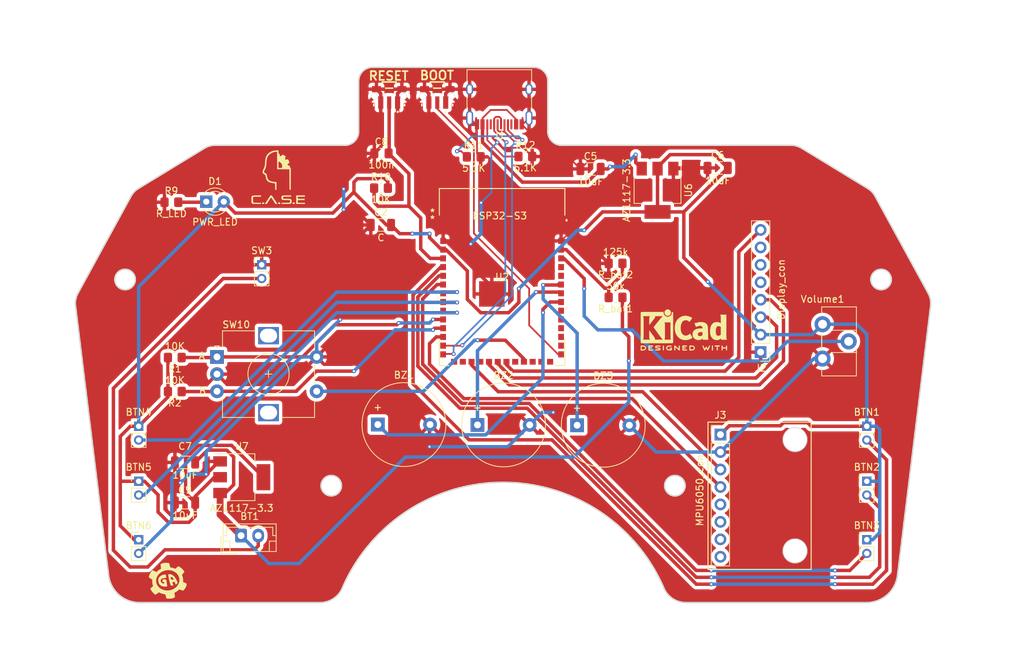
<source format=kicad_pcb>
(kicad_pcb (version 20221018) (generator pcbnew)
  (layers (0 "F.Cu" signal) (31 "B.Cu" signal) (34 "B.Paste" user) (35 "F.Paste" user) (36 "B.SilkS" user "B.Silkscreen") (37 "F.SilkS" user "F.Silkscreen") (38 "B.Mask" user) (39 "F.Mask" user) (44 "Edge.Cuts" user))
  (net 0 "")
  (net 1 "VCC")
  (net 2 "Net-(BT1--)")
  (net 3 "/BUZZER_PIN1")
  (net 4 "/BUZZER_PIN2")
  (net 5 "/BUZZER_PIN3")
  (net 6 "+3V3")
  (net 7 "+5V")
  (net 8 "/EN")
  (net 9 "Net-(D1-K)")
  (net 10 "Net-(J1-CC1)")
  (net 11 "/USB_D+")
  (net 12 "/USB_D-")
  (net 14 "Net-(J1-CC2)")
  (net 16 "Earth")
  (net 17 "/SCK")
  (net 18 "/MOSI")
  (net 22 "/MISO")
  (net 23 "/SCL")
  (net 24 "/SDA")
  (net 29 "/ENC_A")
  (net 30 "/ENC_B")
  (net 31 "/bat_level")
  (net 32 "/IO0")
  (net 33 "/BTN1")
  (net 34 "/BTN4")
  (net 35 "/BTN2")
  (net 36 "/BTN5")
  (net 37 "/BTN3")
  (net 38 "/BTN6")
  (net 39 "/ENC_SW")
  (net 42 "/SS")
  (net 54 "/Volume_pot")
  (footprint "Capacitor_SMD:C_1206_3216Metric" (layer "F.Cu") (at 143.425 81.585)
    (fp_text reference "C5")
    (fp_text value "10uF")
  )
  (footprint "Resistor_SMD:R_0805_2012Metric_Pad1.20x1.40mm_HandSolder" (layer "F.Cu") (at 147.065 100.275 180)
    (fp_text reference "R_bat1")
    (fp_text value "50k")
  )
  (footprint "Connector_PinHeader_2.00mm:PinHeader_1x02_P2.00mm_Vertical" (layer "F.Cu") (at 77.675 127.025)
    (fp_text reference "BTN5")
    (fp_text value "SW_BTN5")
  )
  (footprint "LED_THT:LED_D3.0mm" (layer "F.Cu") (at 87.52 86.34)
    (fp_text reference "D1")
    (fp_text value "PWR_LED")
  )
  (footprint "Buzzer_Beeper:Buzzer_12x9.5RM7.6" (layer "F.Cu") (at 141.475 118.875)
    (fp_text reference "BZ3")
    (fp_text value "Buzzer3")
  )
  (footprint "LOGO" (layer "F.Cu") (at 98 83)
    (fp_text reference "G***" hide)
    (fp_text value "LOGO" hide)
  )
  (footprint "Resistor_SMD:R_0805_2012Metric_Pad1.20x1.40mm_HandSolder" (layer "F.Cu") (at 112.935 84.375)
    (fp_text reference "R10")
    (fp_text value "10K")
  )
  (footprint "FC_Wheel_Library:Right angle SPST push button" (layer "F.Cu") (at 121.125 70.938 180)
    (fp_text reference "S1" hide)
    (fp_text value "BOOT" hide)
  )
  (footprint "Capacitor_SMD:C_1206_3216Metric" (layer "F.Cu") (at 84.425 124.285)
    (fp_text reference "C7")
    (fp_text value "10uF")
  )
  (footprint "Package_TO_SOT_SMD:SOT-223-3_TabPin2" (layer "F.Cu") (at 153.175 84.685 -90)
    (fp_text reference "U6")
    (fp_text value "AZ1117-3.3")
  )
  (footprint "Connector_PinHeader_2.00mm:PinHeader_1x02_P2.00mm_Vertical" (layer "F.Cu") (at 77.675 135.525)
    (fp_text reference "BTN6")
    (fp_text value "SW_BTN6")
  )
  (footprint "Connector_JST:JST_EH_B2B-EH-A_1x02_P2.50mm_Vertical" (layer "F.Cu") (at 92.575 134.935)
    (fp_text reference "BT1")
    (fp_text value "Battery")
  )
  (footprint "Connector_PinHeader_2.54mm:PinHeader_1x08_P2.54mm_Vertical" (layer "F.Cu") (at 168.175 108.235 180)
    (fp_text reference "J2")
    (fp_text value "Display_con")
  )
  (footprint "Resistor_SMD:R_0805_2012Metric_Pad1.20x1.40mm_HandSolder" (layer "F.Cu") (at 133.935 79.775)
    (fp_text reference "R12")
    (fp_text value "5.1K")
  )
  (footprint "Capacitor_SMD:C_1206_3216Metric" (layer "F.Cu") (at 112.925 89.735)
    (fp_text reference "C2")
    (fp_text value "C")
  )
  (footprint "Connector_PinHeader_2.00mm:PinHeader_1x02_P2.00mm_Vertical" (layer "F.Cu") (at 183.625 135.525)
    (fp_text reference "BTN3")
    (fp_text value "SW_BTN3")
  )
  (footprint "Resistor_SMD:R_0805_2012Metric_Pad1.20x1.40mm_HandSolder" (layer "F.Cu") (at 82.935 113.975 180)
    (fp_text reference "R2")
    (fp_text value "10K")
  )
  (footprint "Resistor_SMD:R_0805_2012Metric_Pad1.20x1.40mm_HandSolder" (layer "F.Cu") (at 82.435 86.425)
    (fp_text reference "R9")
    (fp_text value "R_LED")
  )
  (footprint "Resistor_SMD:R_0805_2012Metric_Pad1.20x1.40mm_HandSolder" (layer "F.Cu") (at 82.935 109.025 180)
    (fp_text reference "R1")
    (fp_text value "10K")
  )
  (footprint "Connector_PinHeader_2.00mm:PinHeader_1x02_P2.00mm_Vertical" (layer "F.Cu") (at 77.675 119.025)
    (fp_text reference "BTN4")
    (fp_text value "SW_BTN4")
  )
  (footprint "Connector_PinHeader_2.00mm:PinHeader_1x02_P2.00mm_Vertical" (layer "F.Cu") (at 183.625 127.025)
    (fp_text reference "BTN2")
    (fp_text value "SW_BTN2")
  )
  (footprint "Connector_PinHeader_2.00mm:PinHeader_1x02_P2.00mm_Vertical" (layer "F.Cu") (at 183.625 119.025)
    (fp_text reference "BTN1")
    (fp_text value "SW_BTN1")
  )
  (footprint "FC_Wheel_Library:ESP32-S3-WROOM-1-N8_EXP" (layer "F.Cu") (at 130.558 97.308)
    (fp_text reference "U2")
    (fp_text value "ESP32-S3-WROOM-1-N8")
  )
  (footprint "Capacitor_SMD:C_1206_3216Metric" (layer "F.Cu") (at 84.425 130.135)
    (fp_text reference "C9")
    (fp_text value "10uF")
  )
  (footprint "Buzzer_Beeper:Buzzer_12x9.5RM7.6" (layer "F.Cu") (at 126.975 118.825)
    (fp_text reference "BZ2")
    (fp_text value "Buzzer2")
  )
  (footprint "Rotary_Encoder:RotaryEncoder_Alps_EC12E-Switch_Vertical_H20mm" (layer "F.Cu") (at 89.075 108.935)
    (fp_text reference "SW10")
    (fp_text value "RotaryEncoder_Switch")
  )
  (footprint "Connector_PinHeader_2.54mm:PinHeader_1x08_P2.54mm_Vertical" (layer "F.Cu") (at 162.325 120.235)
    (fp_text reference "J3")
    (fp_text value "MPU6050_con")
  )
  (footprint "LOGO" (layer "F.Cu") (at 82 141.370634)
    (fp_text reference "G***" hide)
    (fp_text value "LOGO" hide)
  )
  (footprint "Connector_USB:USB_C_Receptacle_HRO_TYPE-C-31-M-12" (layer "F.Cu") (at 130.155 71.045 180)
    (fp_text reference "J1")
    (fp_text value "USB_C_Receptacle_USB2.0")
  )
  (footprint "Capacitor_SMD:C_0805_2012Metric_Pad1.18x1.45mm_HandSolder" (layer "F.Cu") (at 113.005 79.315)
    (fp_text reference "C8")
    (fp_text value "100n")
  )
  (footprint "Resistor_SMD:R_0805_2012Metric_Pad1.20x1.40mm_HandSolder" (layer "F.Cu") (at 147.065 95.325 180)
    (fp_text reference "R_bat2")
    (fp_text value "125k")
  )
  (footprint "FC_Wheel_Library:Right angle SPST push button" (layer "F.Cu") (at 114.125 70.939 180)
    (fp_text reference "S2" hide)
    (fp_text value "RESET" hide)
  )
  (footprint "Capacitor_SMD:C_1206_3216Metric" (layer "F.Cu") (at 161.925 81.435)
    (fp_text reference "C6")
    (fp_text value "10uF")
  )
  (footprint "Buzzer_Beeper:Buzzer_12x9.5RM7.6" (layer "F.Cu") (at 112.475 118.775)
    (fp_text reference "BZ1")
    (fp_text value "Buzzer1")
  )
  (footprint "Package_TO_SOT_SMD:SOT-223-3_TabPin2" (layer "F.Cu") (at 92.675 126.435)
    (fp_text reference "U7")
    (fp_text value "AZ1117-3.3")
  )
  (footprint "Resistor_SMD:R_0805_2012Metric_Pad1.20x1.40mm_HandSolder" (layer "F.Cu") (at 126.435 79.825)
    (fp_text reference "R11")
    (fp_text value "5.1K")
  )
  (footprint "Connector_PinHeader_2.00mm:PinHeader_1x02_P2.00mm_Vertical" (layer "F.Cu") (at 95.575 95.525)
    (fp_text reference "SW3")
    (fp_text value "SW_SPST")
  )
  (footprint "Potentiometer_THT:Potentiometer_ACP_CA9-H3,8_Horizontal" (layer "F.Cu") (at 177.185 104.175)
    (fp_text reference "Volume1")
    (fp_text value "R_Buzzer" hide)
  )
  (footprint "Symbol:KiCad-Logo2_5mm_SilkScreen" (layer "F.Cu") (at 157 105)
    (fp_text reference "REF**" hide)
    (fp_text value "KiCad-Logo2_5mm_SilkScreen" hide)
  )
  (gr_rect (start 160.5196 118.414641) (end 175.528296 139.856255) (stroke (width 0.15)) (fill none) (layer "F.SilkS"))
  (gr_line locked (start 157.299759 144.669076) (end 183.597107 144.669076) (stroke (width 0.2)) (layer "Edge.Cuts"))
  (gr_arc locked (start 109.699226 76.145823) (mid 109.11344 77.560037) (end 107.699226 78.145823) (stroke (width 0.2)) (layer "Edge.Cuts"))
  (gr_arc locked (start 68.5 101.5) (mid 68.531162 100.57023) (end 68.845659 99.69471) (stroke (width 0.2)) (layer "Edge.Cuts"))
  (gr_line locked (start 77.801345 144.669076) (end 104.098693 144.669076) (stroke (width 0.2)) (layer "Edge.Cuts"))
  (gr_line locked (start 68.5 101.5) (end 73.312915 140.698049) (stroke (width 0.2)) (layer "Edge.Cuts"))
  (gr_arc locked (start 135.199226 66.804081) (mid 136.61344 67.389867) (end 137.199226 68.804081) (stroke (width 0.2)) (layer "Edge.Cuts"))
  (gr_line locked (start 107.699226 78.145823) (end 88.812787 78.145823) (stroke (width 0.2)) (layer "Edge.Cuts"))
  (gr_circle locked (center 185.699226 97.669076) (end 187.199226 97.669076) (stroke (width 0.2)) (fill none) (layer "Edge.Cuts"))
  (gr_line locked (start 172.585665 78.145823) (end 139.199226 78.145823) (stroke (width 0.2)) (layer "Edge.Cuts"))
  (gr_circle locked (center 155.699226 127.669076) (end 157.199226 127.669076) (stroke (width 0.2)) (fill none) (layer "Edge.Cuts"))
  (gr_line locked (start 135.199226 66.804081) (end 111.699226 66.804081) (stroke (width 0.2)) (layer "Edge.Cuts"))
  (gr_arc locked (start 157.299759 144.669076) (mid 155.394368 144.098517) (end 154.11615 142.574638) (stroke (width 0.2)) (layer "Edge.Cuts"))
  (gr_arc locked (start 192.552793 99.69471) (mid 192.867286 100.57023) (end 192.898452 101.5) (stroke (width 0.2)) (layer "Edge.Cuts"))
  (gr_line locked (start 87.251099 78.584353) (end 77.646547 84.440098) (stroke (width 0.2)) (layer "Edge.Cuts"))
  (gr_line locked (start 137.199226 76.145823) (end 137.199226 68.804081) (stroke (width 0.2)) (layer "Edge.Cuts"))
  (gr_arc locked (start 172.585665 78.145823) (mid 173.396705 78.257547) (end 174.147353 78.584353) (stroke (width 0.2)) (layer "Edge.Cuts"))
  (gr_arc locked (start 183.751905 84.440098) (mid 184.360775 84.930652) (end 184.822196 85.561886) (stroke (width 0.2)) (layer "Edge.Cuts"))
  (gr_arc locked (start 188.085537 140.698049) (mid 186.593575 143.533834) (end 183.597107 144.669076) (stroke (width 0.2)) (layer "Edge.Cuts"))
  (gr_line locked (start 76.576256 85.561886) (end 68.845659 99.69471) (stroke (width 0.2)) (layer "Edge.Cuts"))
  (gr_circle locked (center 105.699226 127.669076) (end 107.199226 127.669076) (stroke (width 0.2)) (fill none) (layer "Edge.Cuts"))
  (gr_line locked (start 183.751905 84.440098) (end 174.147353 78.584353) (stroke (width 0.2)) (layer "Edge.Cuts"))
  (gr_line locked (start 188.085537 140.698049) (end 192.898452 101.5) (stroke (width 0.2)) (layer "Edge.Cuts"))
  (gr_arc locked (start 76.576256 85.561886) (mid 77.03768 84.930655) (end 77.646547 84.440098) (stroke (width 0.2)) (layer "Edge.Cuts"))
  (gr_arc locked (start 107.282302 142.574638) (mid 130.699226 127.169076) (end 154.11615 142.574638) (stroke (width 0.2)) (layer "Edge.Cuts"))
  (gr_circle locked (center 75.699226 97.669076) (end 77.199226 97.669076) (stroke (width 0.2)) (fill none) (layer "Edge.Cuts"))
  (gr_line locked (start 109.699226 68.804081) (end 109.699226 76.145823) (stroke (width 0.2)) (layer "Edge.Cuts"))
  (gr_arc locked (start 77.801345 144.669076) (mid 74.804886 143.533819) (end 73.312915 140.698049) (stroke (width 0.2)) (layer "Edge.Cuts"))
  (gr_line locked (start 192.552793 99.69471) (end 184.822196 85.561886) (stroke (width 0.2)) (layer "Edge.Cuts"))
  (gr_arc locked (start 87.251099 78.584353) (mid 88.001742 78.257535) (end 88.812787 78.145823) (stroke (width 0.2)) (layer "Edge.Cuts"))
  (gr_circle (center 173.17716 137.159806) (end 174.881508 136.723281) (stroke (width 0.1)) (fill none) (layer "Edge.Cuts"))
  (gr_arc locked (start 107.282302 142.574638) (mid 106.004082 144.098516) (end 104.098693 144.669076) (stroke (width 0.2)) (layer "Edge.Cuts"))
  (gr_arc locked (start 109.699226 68.804081) (mid 110.285012 67.389867) (end 111.699226 66.804081) (stroke (width 0.2)) (layer "Edge.Cuts"))
  (gr_arc locked (start 139.199226 78.145823) (mid 137.785013 77.560036) (end 137.199226 76.145823) (stroke (width 0.2)) (layer "Edge.Cuts"))
  (gr_circle (center 173.17716 120.964447) (end 174.881508 120.527922) (stroke (width 0.1)) (fill none) (layer "Edge.Cuts"))
  (gr_text "B" (at 86.367168 114.475379) (layer "F.SilkS") (effects (font (size 1 1)) (justify left bottom)))
  (gr_text "ESP32-S3" (at 126.174879 88.992724) (layer "F.SilkS") (effects (font (size 1 1)) (justify left bottom)))
  (gr_text "A" (at 86.341527 109.347242) (layer "F.SilkS") (effects (font (size 1 1)) (justify left bottom)))
  (segment (start 91.5 123.5) (end 91.5 127.525) (width 0.5) (layer "F.Cu") (net 1))
  (segment (start 89.525 128.735) (end 89.525 131.885) (width 1) (layer "F.Cu") (net 1))
  (segment (start 87.685 122.5) (end 90.5 122.5) (width 0.5) (layer "F.Cu") (net 1))
  (segment (start 148.065 105.065) (end 148.065 100.275) (width 0.5) (layer "F.Cu") (net 1))
  (segment (start 90.5 122.5) (end 91.5 123.5) (width 0.5) (layer "F.Cu") (net 1))
  (segment (start 91.5 127.525) (end 90.29 128.735) (width 0.5) (layer "F.Cu") (net 1))
  (segment (start 90.29 128.735) (end 89.525 128.735) (width 0.5) (layer "F.Cu") (net 1))
  (segment (start 149 106) (end 148.065 105.065) (width 0.5) (layer "F.Cu") (net 1))
  (segment (start 149 109.5) (end 149 106) (width 0.5) (layer "F.Cu") (net 1))
  (segment (start 89.525 131.885) (end 92.575 134.935) (width 1) (layer "F.Cu") (net 1))
  (segment (start 85.9 124.285) (end 87.685 122.5) (width 0.5) (layer "F.Cu") (net 1))
  (via (at 149 109.5) (size 0.6) (drill 0.3) (layers "F.Cu" "B.Cu") (net 1))
  (segment (start 141 123.5) (end 116.5 123.5) (width 0.5) (layer "B.Cu") (net 1))
  (segment (start 149 109.5) (end 149 115.5) (width 0.5) (layer "B.Cu") (net 1))
  (segment (start 101 139) (end 96.64 139) (width 0.5) (layer "B.Cu") (net 1))
  (segment (start 116.5 123.5) (end 101 139) (width 0.5) (layer "B.Cu") (net 1))
  (segment (start 149 115.5) (end 141 123.5) (width 0.5) (layer "B.Cu") (net 1))
  (segment (start 96.64 139) (end 92.575 134.935) (width 0.5) (layer "B.Cu") (net 1))
  (segment (start 89.975 97.525) (end 95.575 97.525) (width 0.5) (layer "F.Cu") (net 2))
  (segment (start 76.439285 139.5) (end 74 137.060715) (width 0.5) (layer "F.Cu") (net 2))
  (segment (start 79 139.5) (end 76.439285 139.5) (width 0.5) (layer "F.Cu") (net 2))
  (segment (start 95.075 136.425) (end 94.5 137) (width 0.5) (layer "F.Cu") (net 2))
  (segment (start 95.075 134.935) (end 95.075 136.425) (width 0.5) (layer "F.Cu") (net 2))
  (segment (start 74 137.060715) (end 74 113.5) (width 0.5) (layer "F.Cu") (net 2))
  (segment (start 94.5 137) (end 81.5 137) (width 0.5) (layer "F.Cu") (net 2))
  (segment (start 74 113.5) (end 89.975 97.525) (width 0.5) (layer "F.Cu") (net 2))
  (segment (start 81.5 137) (end 79 139.5) (width 0.5) (layer "F.Cu") (net 2))
  (segment (start 136.5 102.5) (end 136.5 102) (width 0.5) (layer "F.Cu") (net 3))
  (segment (start 137.5557 100.9443) (end 139.1389 100.9443) (width 0.5) (layer "F.Cu") (net 3))
  (segment (start 136.5 102) (end 137.5557 100.9443) (width 0.5) (layer "F.Cu") (net 3))
  (via (at 136.5 102.5) (size 0.6) (drill 0.3) (layers "F.Cu" "B.Cu") (net 3))
  (segment (start 136.5 111.936396) (end 136.5 102.5) (width 0.5) (layer "B.Cu") (net 3))
  (segment (start 113.975 120.275) (end 128.161396 120.275) (width 0.5) (layer "B.Cu") (net 3))
  (segment (start 112.475 118.775) (end 113.975 120.275) (width 0.5) (layer "B.Cu") (net 3))
  (segment (start 128.161396 120.275) (end 136.5 111.936396) (width 0.5) (layer "B.Cu") (net 3))
  (segment (start 138.9646 99.5) (end 139.1389 99.6743) (width 0.5) (layer "F.Cu") (net 4))
  (segment (start 135.5 99.5) (end 138.9646 99.5) (width 0.5) (layer "F.Cu") (net 4))
  (via (at 135.5 99.5) (size 0.6) (drill 0.3) (layers "F.Cu" "B.Cu") (net 4))
  (segment (start 135.5 99.5) (end 126.975 108.025) (width 0.5) (layer "B.Cu") (net 4))
  (segment (start 126.975 108.025) (end 126.975 118.825) (width 0.5) (layer "B.Cu") (net 4))
  (segment (start 136.529977 98.470023) (end 138.654077 98.470023) (width 0.5) (layer "F.Cu") (net 5))
  (segment (start 138.7198 98.4043) (end 139.1389 98.4043) (width 0.5) (layer "F.Cu") (net 5))
  (segment (start 138.654077 98.470023) (end 138.7198 98.4043) (width 0.5) (layer "F.Cu") (net 5))
  (via (at 136.529977 98.470023) (size 0.6) (drill 0.3) (layers "F.Cu" "B.Cu") (net 5))
  (segment (start 136.529977 98.470023) (end 136.529977 100.529977) (width 0.5) (layer "B.Cu") (net 5))
  (segment (start 141.475 105.475) (end 141.475 118.875) (width 0.5) (layer "B.Cu") (net 5))
  (segment (start 136.529977 100.529977) (end 141.475 105.475) (width 0.5) (layer "B.Cu") (net 5))
  (segment (start 109 85) (end 113.735 89.735) (width 0.5) (layer "F.Cu") (net 6))
  (segment (start 171.050728 118.949272) (end 171.5 118.5) (width 0.5) (layer "F.Cu") (net 6))
  (segment (start 75 127) (end 75 120.5) (width 0.5) (layer "F.Cu") (net 6))
  (segment (start 113.935 84.375) (end 113.935 83.435) (width 0.5) (layer "F.Cu") (net 6))
  (segment (start 78.525 127.025) (end 80.5 129) (width 0.5) (layer "F.Cu") (net 6))
  (segment (start 113.5 83) (end 109.5 83) (width 0.5) (layer "F.Cu") (net 6))
  (segment (start 75 133.5) (end 75 127) (width 0.5) (layer "F.Cu") (net 6))
  (segment (start 85.9 132.1) (end 85.9 130.135) (width 0.5) (layer "F.Cu") (net 6))
  (segment (start 161.465 79.5) (end 155 79.5) (width 0.5) (layer "F.Cu") (net 6))
  (segment (start 80.5 131.5) (end 82 133) (width 0.5) (layer "F.Cu") (net 6))
  (segment (start 85 133) (end 85.9 132.1) (width 0.5) (layer "F.Cu") (net 6))
  (segment (start 133 101) (end 131.5 102.5) (width 0.5) (layer "F.Cu") (net 6))
  (segment (start 81.935 114.765) (end 77.675 119.025) (width 0.5) (layer "F.Cu") (net 6))
  (segment (start 125.5 100.551295) (end 125.5 96.4281) (width 0.5) (layer "F.Cu") (net 6))
  (segment (start 113.735 89.735) (end 114.4 89.735) (width 0.5) (layer "F.Cu") (net 6))
  (segment (start 88.7 126.435) (end 89.525 126.435) (width 0.5) (layer "F.Cu") (net 6))
  (segment (start 115.665 91) (end 117.5 91) (width 0.5) (layer "F.Cu") (net 6))
  (segment (start 171.5 118.5) (end 175 118.5) (width 0.5) (layer "F.Cu") (net 6))
  (segment (start 84.5 123.72005) (end 84.5 128.735) (width 0.5) (layer "F.Cu") (net 6))
  (segment (start 160.5 98) (end 157 94.5) (width 0.5) (layer "F.Cu") (net 6))
  (segment (start 114.4 89.735) (end 115.665 91) (width 0.5) (layer "F.Cu") (net 6))
  (segment (start 95.825 126.435) (end 91.19 121.8) (width 0.5) (layer "F.Cu") (net 6))
  (segment (start 153.175 81.535) (end 153.175 87.835) (width 0.5) (layer "F.Cu") (net 6))
  (segment (start 157 94.5) (end 157 87.835) (width 0.5) (layer "F.Cu") (net 6))
  (segment (start 113.935 83.435) (end 113.5 83) (width 0.5) (layer "F.Cu") (net 6))
  (segment (start 109.5 83) (end 109 83.5) (width 0.5) (layer "F.Cu") (net 6))
  (segment (start 82 133) (end 85 133) (width 0.5) (layer "F.Cu") (net 6))
  (segment (start 75 120.5) (end 76.475 119.025) (width 0.5) (layer "F.Cu") (net 6))
  (segment (start 122.3962 93.3243) (end 121.9771 93.3243) (width 0.5) (layer "F.Cu") (net 6))
  (segment (start 91.19 121.8) (end 86.42005 121.8) (width 0.5) (layer "F.Cu") (net 6))
  (segment (start 153.175 87.835) (end 145.165 87.835) (width 0.5) (layer "F.Cu") (net 6))
  (segment (start 155 79.5) (end 153.175 81.325) (width 0.5) (layer "F.Cu") (net 6))
  (segment (start 120 91.577196) (end 121.747104 93.3243) (width 0.5) (layer "F.Cu") (net 6))
  (segment (start 120 91) (end 120 91.577196) (width 0.5) (layer "F.Cu") (net 6))
  (segment (start 84.5 128.735) (end 85.9 130.135) (width 0.5) (layer "F.Cu") (net 6))
  (segment (start 77.675 135.525) (end 77.025 135.525) (width 0.5) (layer "F.Cu") (net 6))
  (segment (start 81.935 109.025) (end 81.935 113.975) (width 0.5) (layer "F.Cu") (net 6))
  (segment (start 163.4 81.435) (end 157 87.835) (width 0.5) (layer "F.Cu") (net 6))
  (segment (start 109 83.5) (end 109 85) (width 0.5) (layer "F.Cu") (net 6))
  (segment (start 127.448705 102.5) (end 125.5 100.551295) (width 0.5) (layer "F.Cu") (net 6))
  (segment (start 163.610728 118.949272) (end 171.050728 118.949272) (width 0.5) (layer "F.Cu") (net 6))
  (segment (start 80.5 129) (end 80.5 131.5) (width 0.5) (layer "F.Cu") (net 6))
  (segment (start 175.525 119.025) (end 183.625 119.025) (width 0.5) (layer "F.Cu") (net 6))
  (segment (start 77.675 127.025) (end 78.525 127.025) (width 0.5) (layer "F.Cu") (net 6))
  (segment (start 133 99) (end 133 101) (width 0.5) (layer "F.Cu") (net 6))
  (segment (start 105.939339 88) (end 108.939339 85) (width 0.5) (layer "F.Cu") (net 6))
  (segment (start 76.475 119.025) (end 77.675 119.025) (width 0.5) (layer "F.Cu") (net 6))
  (segment (start 163.4 81.435) (end 161.465 79.5) (width 0.5) (layer "F.Cu") (net 6))
  (segment (start 175 118.5) (end 175.525 119.025) (width 0.5) (layer "F.Cu") (net 6))
  (segment (start 162.325 120.235) (end 163.610728 118.949272) (width 0.5) (layer "F.Cu") (net 6))
  (segment (start 108.939339 85) (end 109 85) (width 0.5) (layer "F.Cu") (net 6))
  (segment (start 157 87.835) (end 153.175 87.835) (width 0.5) (layer "F.Cu") (net 6))
  (segment (start 125.5 96.4281) (end 122.3962 93.3243) (width 0.5) (layer "F.Cu") (net 6))
  (segment (start 81.935 113.975) (end 81.935 114.765) (width 0.5) (layer "F.Cu") (net 6))
  (segment (start 86.42005 121.8) (end 84.5 123.72005) (width 0.5) (layer "F.Cu") (net 6))
  (segment (start 91.72 88) (end 105.939339 88) (width 0.5) (layer "F.Cu") (net 6))
  (segment (start 153.175 81.325) (end 153.175 81.535) (width 0.5) (layer "F.Cu") (net 6))
  (segment (start 77.025 135.525) (end 75 133.5) (width 0.5) (layer "F.Cu") (net 6))
  (segment (start 77.675 127.025) (end 75.025 127.025) (width 0.5) (layer "F.Cu") (net 6))
  (segment (start 85.9 129.235) (end 88.7 126.435) (width 0.5) (layer "F.Cu") (net 6))
  (segment (start 145.165 87.835) (end 142.5 90.5) (width 0.5) (layer "F.Cu") (net 6))
  (segment (start 90.06 86.34) (end 91.72 88) (width 0.5) (layer "F.Cu") (net 6))
  (segment (start 121.747104 93.3243) (end 121.9771 93.3243) (width 0.5) (layer "F.Cu") (net 6))
  (segment (start 75.025 127.025) (end 75 127) (width 0.5) (layer "F.Cu") (net 6))
  (segment (start 131.5 102.5) (end 127.448705 102.5) (width 0.5) (layer "F.Cu") (net 6))
  (segment (start 85.9 130.135) (end 85.9 129.235) (width 0.5) (layer "F.Cu") (net 6))
  (via (at 142.5 90.5) (size 0.6) (drill 0.3) (layers "F.Cu" "B.Cu") (net 6))
  (via (at 160.5 98) (size 0.6) (drill 0.3) (layers "F.Cu" "B.Cu") (net 6))
  (via (at 120 91) (size 0.6) (drill 0.3) (layers "F.Cu" "B.Cu") (net 6))
  (via (at 133 99) (size 0.6) (drill 0.3) (layers "F.Cu" "B.Cu") (net 6))
  (via (at 117.5 91) (size 0.6) (drill 0.3) (layers "F.Cu" "B.Cu") (net 6))
  (segment (start 184.475 135.525) (end 183.625 135.525) (width 0.5) (layer "B.Cu") (net 6))
  (segment (start 175.665 105.695) (end 177.185 104.175) (width 0.5) (layer "B.Cu") (net 6))
  (segment (start 183.625 127.025) (end 185.475 127.025) (width 0.5) (layer "B.Cu") (net 6))
  (segment (start 183.625 119.025) (end 185.025 119.025) (width 0.5) (layer "B.Cu") (net 6))
  (segment (start 160.5 98.02) (end 168.175 105.695) (width 0.5) (layer "B.Cu") (net 6))
  (segment (start 185.025 119.025) (end 185.5 119.5) (width 0.5) (layer "B.Cu") (net 6))
  (segment (start 117.5 91) (end 120 91) (width 0.5) (layer "B.Cu") (net 6))
  (segment (start 182.175 104.175) (end 183.625 105.625) (width 0.5) (layer "B.Cu") (net 6))
  (segment (start 185.475 127.025) (end 185.5 127) (width 0.5) (layer "B.Cu") (net 6))
  (segment (start 142.5 90.5) (end 141.5 90.5) (width 0.5) (layer "B.Cu") (net 6))
  (segment (start 168.175 105.695) (end 175.665 105.695) (width 0.5) (layer "B.Cu") (net 6))
  (segment (start 160.5 98) (end 160.5 98.02) (width 0.5) (layer "B.Cu") (net 6))
  (segment (start 185.5 134.5) (end 184.475 135.525) (width 0.5) (layer "B.Cu") (net 6))
  (segment (start 183.625 105.625) (end 183.625 119.025) (width 0.5) (layer "B.Cu") (net 6))
  (segment (start 141.5 90.5) (end 133 99) (width 0.5) (layer "B.Cu") (net 6))
  (segment (start 185.5 119.5) (end 185.5 127) (width 0.5) (layer "B.Cu") (net 6))
  (segment (start 77.675 119.025) (end 77.675 98.725) (width 0.5) (layer "B.Cu") (net 6))
  (segment (start 185.5 127) (end 185.5 134.5) (width 0.5) (layer "B.Cu") (net 6))
  (segment (start 177.185 104.175) (end 182.175 104.175) (width 0.5) (layer "B.Cu") (net 6))
  (segment (start 77.675 98.725) (end 90.06 86.34) (width 0.5) (layer "B.Cu") (net 6))
  (segment (start 144.9 81.585) (end 145.945981 81.585) (width 0.5) (layer "F.Cu") (net 7))
  (segment (start 127.705 75.09) (end 127.705 77.705) (width 0.5) (layer "F.Cu") (net 7))
  (segment (start 150 80.66) (end 150.875 81.535) (width 0.5) (layer "F.Cu") (net 7))
  (segment (start 145.945981 81.585) (end 146.257719 81.273262) (width 0.5) (layer "F.Cu") (net 7))
  (segment (start 132.605 74.365) (end 131.24 73) (width 0.25) (layer "F.Cu") (net 7))
  (segment (start 146.279467 81.251514) (end 146.257719 81.273262) (width 0.5) (layer "F.Cu") (net 7))
  (segment (start 133.5 83.5) (end 142.985 83.5) (width 0.5) (layer "F.Cu") (net 7))
  (segment (start 131.24 73) (end 128.899949 73) (width 0.25) (layer "F.Cu") (net 7))
  (segment (start 128.899949 73) (end 127.705 74.194949) (width 0.25) (layer "F.Cu") (net 7))
  (segment (start 142.985 83.5) (end 144.9 81.585) (width 0.5) (layer "F.Cu") (net 7))
  (segment (start 146.257719 81.273262) (end 146.257719 81.251514) (width 0.5) (layer "F.Cu") (net 7))
  (segment (start 127.705 77.705) (end 133.5 83.5) (width 0.5) (layer "F.Cu") (net 7))
  (segment (start 127.705 74.194949) (end 127.705 75.09) (width 0.25) (layer "F.Cu") (net 7))
  (segment (start 146.257719 81.251514) (end 146.279467 81.251514) (width 0.5) (layer "F.Cu") (net 7))
  (segment (start 150 79.5) (end 150 80.66) (width 0.5) (layer "F.Cu") (net 7))
  (segment (start 132.605 75.09) (end 132.605 74.365) (width 0.25) (layer "F.Cu") (net 7))
  (via (at 146.257719 81.251514) (size 0.6) (drill 0.3) (layers "F.Cu" "B.Cu") (net 7))
  (via (at 150 79.5) (size 0.6) (drill 0.3) (layers "F.Cu" "B.Cu") (net 7))
  (segment (start 148.248486 81.251514) (end 150 79.5) (width 0.5) (layer "B.Cu") (net 7))
  (segment (start 146.257719 81.251514) (end 148.248486 81.251514) (width 0.5) (layer "B.Cu") (net 7))
  (segment (start 118.7198 88.7198) (end 118.7198 93.2198) (width 0.5) (layer "F.Cu") (net 8))
  (segment (start 118.7198 93.2198) (end 120.0943 94.5943) (width 0.5) (layer "F.Cu") (net 8))
  (segment (start 111.935 84.375) (end 111.935 86.435) (width 0.5) (layer "F.Cu") (net 8))
  (segment (start 114.125 79.2325) (end 114.0425 79.315) (width 0.5) (layer "F.Cu") (net 8))
  (segment (start 117 87) (end 118.7198 88.7198) (width 0.5) (layer "F.Cu") (net 8))
  (segment (start 112.5 87) (end 117 87) (width 0.5) (layer "F.Cu") (net 8))
  (segment (start 117 82.2725) (end 117 87) (width 0.5) (layer "F.Cu") (net 8))
  (segment (start 114.0425 79.315) (end 117 82.2725) (width 0.5) (layer "F.Cu") (net 8))
  (segment (start 111.935 86.435) (end 112.5 87) (width 0.5) (layer "F.Cu") (net 8))
  (segment (start 114.125 71.927) (end 114.125 79.2325) (width 0.5) (layer "F.Cu") (net 8))
  (segment (start 120.0943 94.5943) (end 121.9771 94.5943) (width 0.5) (layer "F.Cu") (net 8))
  (segment (start 87.435 86.425) (end 87.52 86.34) (width 0.5) (layer "F.Cu") (net 9))
  (segment (start 83.435 86.425) (end 87.435 86.425) (width 0.5) (layer "F.Cu") (net 9))
  (segment (start 133.5 77.356183) (end 133.26705 77.123233) (width 0.25) (layer "F.Cu") (net 10))
  (segment (start 132.603613 77.123233) (end 131.405 75.92462) (width 0.25) (layer "F.Cu") (net 10))
  (segment (start 131.405 75.92462) (end 131.405 75.09) (width 0.25) (layer "F.Cu") (net 10))
  (segment (start 133.26705 77.123233) (end 132.603613 77.123233) (width 0.25) (layer "F.Cu") (net 10))
  (segment (start 124 79) (end 124.61 79) (width 0.25) (layer "F.Cu") (net 10))
  (segment (start 124.61 79) (end 125.435 79.825) (width 0.25) (layer "F.Cu") (net 10))
  (via (at 124 79) (size 0.6) (drill 0.3) (layers "F.Cu" "B.Cu") (net 10))
  (via (at 133.5 77.356183) (size 0.6) (drill 0.3) (layers "F.Cu" "B.Cu") (net 10))
  (segment (start 132.964061 76.820244) (end 126.179756 76.820244) (width 0.25) (layer "B.Cu") (net 10))
  (segment (start 126.179756 76.820244) (end 124 79) (width 0.25) (layer "B.Cu") (net 10))
  (segment (start 133.5 77.356183) (end 132.964061 76.820244) (width 0.25) (layer "B.Cu") (net 10))
  (segment (start 131.042278 77.698294) (end 129.405 76.061016) (width 0.25) (layer "F.Cu") (net 11))
  (segment (start 129.405 74.25538) (end 129.66038 74) (width 0.25) (layer "F.Cu") (net 11))
  (segment (start 122.0414 108.5) (end 121.9771 108.5643) (width 0.25) (layer "F.Cu") (net 11))
  (segment (start 131.197262 77.698294) (end 131.042278 77.698294) (width 0.25) (layer "F.Cu") (net 11))
  (segment (start 129.405 76.061016) (end 129.405 75.09) (width 0.25) (layer "F.Cu") (net 11))
  (segment (start 130.405 74.25538) (end 130.405 75.09) (width 0.25) (layer "F.Cu") (net 11))
  (segment (start 129.66038 74) (end 130.14962 74) (width 0.25) (layer "F.Cu") (net 11))
  (segment (start 129.405 75.09) (end 129.405 74.25538) (width 0.25) (layer "F.Cu") (net 11))
  (segment (start 123.5 108.5) (end 122.0414 108.5) (width 0.25) (layer "F.Cu") (net 11))
  (segment (start 130.14962 74) (end 130.405 74.25538) (width 0.25) (layer "F.Cu") (net 11))
  (via (at 123.5 108.5) (size 0.6) (drill 0.3) (layers "F.Cu" "B.Cu") (net 11))
  (via (at 131.197262 77.698294) (size 0.6) (drill 0.3) (layers "F.Cu" "B.Cu") (net 11))
  (segment (start 123.5 107.5) (end 123.5 108.5) (width 0.25) (layer "B.Cu") (net 11))
  (segment (start 131.025 77.870556) (end 131.025 99.975) (width 0.25) (layer "B.Cu") (net 11))
  (segment (start 131.197262 77.698294) (end 131.025 77.870556) (width 0.25) (layer "B.Cu") (net 11))
  (segment (start 131.025 99.975) (end 123.5 107.5) (width 0.25) (layer "B.Cu") (net 11))
  (segment (start 130.12038 76.14) (end 130.86 76.14) (width 0.25) (layer "F.Cu") (net 12))
  (segment (start 130.905 76.165091) (end 130.905 76.095) (width 0.25) (layer "F.Cu") (net 12))
  (segment (start 132.488142 77.748233) (end 130.905 76.165091) (width 0.25) (layer "F.Cu") (net 12))
  (segment (start 124.705699 107.2943) (end 121.9771 107.2943) (width 0.25) (layer "F.Cu") (net 12))
  (segment (start 129.905 75.92462) (end 130.12038 76.14) (width 0.25) (layer "F.Cu") (net 12))
  (segment (start 130.86 76.14) (end 130.905 76.095) (width 0.25) (layer "F.Cu") (net 12))
  (segment (start 129.905 75.09) (end 129.905 75.92462) (width 0.25) (layer "F.Cu") (net 12))
  (segment (start 124.767658 107.232341) (end 124.705699 107.2943) (width 0.25) (layer "F.Cu") (net 12))
  (segment (start 130.905 76.095) (end 130.905 75.09) (width 0.25) (layer "F.Cu") (net 12))
  (via (at 132.488142 77.748233) (size 0.6) (drill 0.3) (layers "F.Cu" "B.Cu") (net 12))
  (via (at 124.767658 107.232341) (size 0.6) (drill 0.3) (layers "F.Cu" "B.Cu") (net 12))
  (segment (start 132.488142 77.748233) (end 132 78.236375) (width 0.25) (layer "B.Cu") (net 12))
  (segment (start 132 100) (end 124.767658 107.232341) (width 0.25) (layer "B.Cu") (net 12))
  (segment (start 132 78.236375) (end 132 100) (width 0.25) (layer "B.Cu") (net 12))
  (segment (start 132.935 79.775) (end 130.775 79.775) (width 0.25) (layer "F.Cu") (net 14))
  (segment (start 130.775 79.775) (end 128.405 77.405) (width 0.25) (layer "F.Cu") (net 14))
  (segment (start 128.405 77.405) (end 128.405 75.09) (width 0.25) (layer "F.Cu") (net 14))
  (segment (start 87.5 126) (end 89.365 124.135) (width 0.5) (layer "F.Cu") (net 16))
  (segment (start 109.215 87.5) (end 107.5 87.5) (width 0.5) (layer "F.Cu") (net 16))
  (segment (start 141.95 81.585) (end 144.035 79.5) (width 0.25) (layer "F.Cu") (net 16))
  (segment (start 142.7943 92.0543) (end 139.1389 92.0543) (width 0.5) (layer "F.Cu") (net 16))
  (segment (start 124.42095 94.07905) (end 126 92.5) (width 0.5) (layer "F.Cu") (net 16))
  (segment (start 101.075 111.435) (end 103.575 108.935) (width 0.5) (layer "F.Cu") (net 16))
  (segment (start 122.3962 92.0543) (end 124.42095 94.07905) (width 0.5) (layer "F.Cu") (net 16))
  (segment (start 107.5 83.7825) (end 107.5 84.5) (width 0.5) (layer "F.Cu") (net 16))
  (segment (start 135.4075 77.0925) (end 134.255 78.245) (width 0.25) (layer "F.Cu") (net 16))
  (segment (start 103.575 108.935) (end 110.235 108.935) (width 0.5) (layer "F.Cu") (net 16))
  (segment (start 127.435 79.825) (end 126.905 79.295) (width 0.25) (layer "F.Cu") (net 16))
  (segment (start 110.235 108.935) (end 120.075 118.775) (width 0.5) (layer "F.Cu") (net 16))
  (segment (start 111.9675 79.315) (end 107.5 83.7825) (width 0.5) (layer "F.Cu") (net 16))
  (segment (start 133.405 78.245) (end 134.935 79.775) (width 0.25) (layer "F.Cu") (net 16))
  (segment (start 144.035 79.5) (end 146 79.5) (width 0.25) (layer "F.Cu") (net 16))
  (segment (start 83.501109 127) (end 83.738804 127.237695) (width 0.5) (layer "F.Cu") (net 16))
  (segment (start 112.9 71.927) (end 112.9 78.3825) (width 0.5) (layer "F.Cu") (net 16))
  (segment (start 133.56 75.09) (end 134.475 74.175) (width 0.25) (layer "F.Cu") (net 16))
  (segment (start 127.5 86.5) (end 127.435 86.435) (width 0.5) (layer "F.Cu") (net 16))
  (segment (start 89.365 124.135) (end 89.525 124.135) (width 0.5) (layer "F.Cu") (net 16))
  (segment (start 124.42095 94.07905) (end 129.062301 98.720401) (width 0.5) (layer "F.Cu") (net 16))
  (segment (start 119.275 69.975) (end 122.975 69.975) (width 0.5) (layer "F.Cu") (net 16))
  (segment (start 89.075 111.435) (end 101.075 111.435) (width 0.5) (layer "F.Cu") (net 16))
  (segment (start 82.95 130.135) (end 82.95 127) (width 0.5) (layer "F.Cu") (net 16))
  (segment (start 146 79.5) (end 147 80.5) (width 0.25) (layer "F.Cu") (net 16))
  (segment (start 105.66 95.525) (end 95.575 95.525) (width 0.5) (layer "F.Cu") (net 16))
  (segment (start 126.905 79.295) (end 126.905 75.09) (width 0.25) (layer "F.Cu") (net 16))
  (segment (start 127.435 86.435) (end 127.435 79.825) (width 0.5) (layer "F.Cu") (net 16))
  (segment (start 111.45 89.735) (end 105.8425 95.3425) (width 0.5) (layer "F.Cu") (net 16))
  (segment (start 149.075 118.875) (end 147.2 117) (width 0.5) (layer "F.Cu") (net 16))
  (segment (start 134.475 69.995) (end 134.475 74.175) (width 0.25) (layer "F.Cu") (net 16))
  (segment (start 115.35 71.927) (end 115.35 70.601) (width 0.5) (layer "F.Cu") (net 16))
  (segment (start 126.905 75.09) (end 126.75 75.09) (width 0.25) (layer "F.Cu") (net 16))
  (segment (start 129.062301 98.720401) (end 129.062301 99.7688) (width 0.5) (layer "F.Cu") (net 16))
  (segment (start 155.575 81.435) (end 155.475 81.535) (width 0.5) (layer "F.Cu") (net 16))
  (segment (start 112.275 69.976) (end 115.975 69.976) (width 0.5) (layer "F.Cu") (net 16))
  (segment (start 107 96.5) (end 105.8425 95.3425) (width 0.5) (layer "F.Cu") (net 16))
  (segment (start 115.35 70.601) (end 115.975 69.976) (width 0.5) (layer "F.Cu") (net 16))
  (segment (start 130.634471 78.5) (end 133.15 78.5) (width 0.25) (layer "F.Cu") (net 16))
  (segment (start 134.935 79.775) (end 140.14 79.775) (width 0.25) (layer "F.Cu") (net 16))
  (segment (start 125.835 69.995) (end 125.835 74.175) (width 0.25) (layer "F.Cu") (net 16))
  (segment (start 111.45 89.735) (end 109.215 87.5) (width 0.5) (layer "F.Cu") (net 16))
  (segment (start 126.75 75.09) (end 125.835 74.175) (width 0.25) (layer "F.Cu") (net 16))
  (segment (start 120 118.85) (end 120.075 118.775) (width 0.5) (layer "F.Cu") (net 16))
  (segment (start 146.065 95.325) (end 142.7943 92.0543) (width 0.5) (layer "F.Cu") (net 16))
  (segment (start 112.9 70.601) (end 112.275 69.976) (width 0.5) (layer "F.Cu") (net 16))
  (segment (start 122.35 70.6) (end 122.975 69.975) (width 0.5) (layer "F.Cu") (net 16))
  (segment (start 81.435 90.935) (end 86.025 95.525) (width 0.5) (layer "F.Cu") (net 16))
  (segment (start 133.405 75.09) (end 135.4075 77.0925) (width 0.25) (layer "F.Cu") (net 16))
  (segment (start 140.14 79.775) (end 141.95 81.585) (width 0.25) (layer "F.Cu") (net 16))
  (segment (start 134.255 78.245) (end 133.405 78.245) (width 0.25) (layer "F.Cu") (net 16))
  (segment (start 129.853746 77.719275) (end 130.634471 78.5) (width 0.25) (layer "F.Cu") (net 16))
  (segment (start 133.15 78.5) (end 133.405 78.245) (width 0.25) (layer "F.Cu") (net 16))
  (segment (start 81.435 86.425) (end 81.435 90.935) (width 0.5) (layer "F.Cu") (net 16))
  (segment (start 119.9 71.926) (end 119.9 70.6) (width 0.5) (layer "F.Cu") (net 16))
  (segment (start 133.405 75.09) (end 133.56 75.09) (width 0.25) (layer "F.Cu") (net 16))
  (segment (start 112.9 78.3825) (end 111.9675 79.315) (width 0.5) (layer "F.Cu") (net 16))
  (segment (start 121.9771 92.0543) (end 122.3962 92.0543) (width 0.5) (layer "F.Cu") (net 16))
  (segment (start 107 96.5) (end 107 103.5) (width 0.5) (layer "F.Cu") (net 16))
  (segment (start 147 80.5) (end 147 84.1932) (width 0.25) (layer "F.Cu") (net 16))
  (segment (start 147.2 117) (end 138 117) (width 0.5) (layer "F.Cu") (net 16))
  (segment (start 147 84.1932) (end 139.1389 92.0543) (width 0.25) (layer "F.Cu") (net 16))
  (segment (start 105.8425 95.3425) (end 105.66 95.525) (width 0.5) (layer "F.Cu") (net 16))
  (segment (start 119.9 70.6) (end 119.275 69.975) (width 0.5) (layer "F.Cu") (net 16))
  (segment (start 112.9 71.927) (end 112.9 70.601) (width 0.5) (layer "F.Cu") (net 16))
  (segment (start 160.45 81.435) (end 155.575 81.435) (width 0.5) (layer "F.Cu") (net 16))
  (segment (start 122.35 71.926) (end 122.35 70.6) (width 0.5) (layer "F.Cu") (net 16))
  (segment (start 86.025 95.525) (end 95.575 95.525) (width 0.5) (layer "F.Cu") (net 16))
  (segment (start 120 122) (end 120 118.85) (width 0.5) (layer "F.Cu") (net 16))
  (segment (start 125.835 69.995) (end 122.995 69.995) (width 0.25) (layer "F.Cu") (net 16))
  (segment (start 122.995 69.995) (end 122.975 69.975) (width 0.25) (layer "F.Cu") (net 16))
  (segment (start 82.95 127) (end 82.95 124.285) (width 0.5) (layer "F.Cu") (net 16))
  (segment (start 82.95 127) (end 83.501109 127) (width 0.5) (layer "F.Cu") (net 16))
  (via (at 126 92.5) (size 0.6) (drill 0.3) (layers "F.Cu" "B.Cu") (net 16))
  (via (at 107 103.5) (size 0.6) (drill 0.3) (layers "F.Cu" "B.Cu") (net 16))
  (via (at 138 117) (size 0.6) (drill 0.3) (layers "F.Cu" "B.Cu") (net 16))
  (via (at 83.738804 127.237695) (size 0.6) (drill 0.3) (layers "F.Cu" "B.Cu") (net 16))
  (via (at 120 122) (size 0.6) (drill 0.3) (layers "F.Cu" "B.Cu") (net 16))
  (via (at 127.5 86.5) (size 0.6) (drill 0.3) (layers "F.Cu" "B.Cu") (net 16))
  (via (at 129.853746 77.719275) (size 0.6) (drill 0.3) (layers "F.Cu" "B.Cu") (net 16))
  (via (at 107.5 84.5) (size 0.6) (drill 0.3) (layers "F.Cu" "B.Cu") (net 16))
  (via (at 87.5 126) (size 0.6) (drill 0.3) (layers "F.Cu" "B.Cu") (net 16))
  (via (at 107.5 87.5) (size 0.6) (drill 0.3) (layers "F.Cu" "B.Cu") (net 16))
  (segment (start 129 85) (end 127.5 86.5) (width 0.25) (layer "B.Cu") (net 16))
  (segment (start 129 78.573021) (end 129 85) (width 0.25) (layer "B.Cu") (net 16))
  (segment (start 101.288604 108.935) (end 87.5 122.723604) (width 0.5) (layer "B.Cu") (net 16))
  (segment (start 87.5 122.723604) (end 87.5 126) (width 0.5) (layer "B.Cu") (net 16))
  (segment (start 127.5 86.5) (end 127.5 91) (width 0.5) (layer "B.Cu") (net 16))
  (segment (start 83.738804 127.237695) (end 83.751962 127.224537) (width 0.5) (layer "B.Cu") (net 16))
  (segment (start 103.575 108.935) (end 101.288604 108.935) (width 0.5) (layer "B.Cu") (net 16))
  (segment (start 87.5 126) (end 84.976499 126) (width 0.5) (layer "B.Cu") (net 16))
  (segment (start 162.325 122.775) (end 152.975 122.775) (width 0.5) (layer "B.Cu") (net 16))
  (segment (start 107.5 87.5) (end 107.5 84.5) (width 0.5) (layer "B.Cu") (net 16))
  (segment (start 129.853746 77.719275) (end 129 78.573021) (width 0.25) (layer "B.Cu") (net 16))
  (segment (start 127.5 91) (end 126 92.5) (width 0.5) (layer "B.Cu") (net 16))
  (segment (start 175.925 109.175) (end 162.325 122.775) (width 0.5) (layer "B.Cu") (net 16))
  (segment (start 136.4 117) (end 134.575 118.825) (width 0.5) (layer "B.Cu") (net 16))
  (segment (start 134.575 118.825) (end 131.4 122) (width 0.5) (layer "B.Cu") (net 16))
  (segment (start 103.575 106.925) (end 103.575 108.935) (width 0.5) (layer "B.Cu") (net 16))
  (segment (start 177.185 109.175) (end 175.925 109.175) (width 0.5) (layer "B.Cu") (net 16))
  (segment (start 107 103.5) (end 103.575 106.925) (width 0.5) (layer "B.Cu") (net 16))
  (segment (start 131.4 122) (end 120 122) (width 0.5) (layer "B.Cu") (net 16))
  (segment (start 138 117) (end 136.4 117) (width 0.5) (layer "B.Cu") (net 16))
  (segment (start 84.976499 126) (end 83.738804 127.237695) (width 0.5) (layer "B.Cu") (net 16))
  (segment (start 152.975 122.775) (end 149.075 118.875) (width 0.5) (layer "B.Cu") (net 16))
  (segment (start 132 112) (end 167.5 112) (width 0.5) (layer "F.Cu") (net 17))
  (segment (start 129.923 109.923) (end 132 112) (width 0.5) (layer "F.Cu") (net 17))
  (segment (start 129.923 109.6389) (end 129.923 109.923) (width 0.5) (layer "F.Cu") (net 17))
  (segment (start 170.5 104.5) (end 169.155 103.155) (width 0.5) (layer "F.Cu") (net 17))
  (segment (start 167.5 112) (end 170.5 109) (width 0.5) (layer "F.Cu") (net 17))
  (segment (start 169.155 103.155) (end 168.175 103.155) (width 0.5) (layer "F.Cu") (net 17))
  (segment (start 170.5 109) (end 170.5 104.5) (width 0.5) (layer "F.Cu") (net 17))
  (segment (start 128.653 110.058) (end 131.595 113) (width 0.5) (layer "F.Cu") (net 18))
  (segment (start 168 113) (end 171.5 109.5) (width 0.5) (layer "F.Cu") (net 18))
  (segment (start 171.5 102.5) (end 169.615 100.615) (width 0.5) (layer "F.Cu") (net 18))
  (segment (start 128.653 109.6389) (end 128.653 110.058) (width 0.5) (layer "F.Cu") (net 18))
  (segment (start 171.5 109.5) (end 171.5 102.5) (width 0.5) (layer "F.Cu") (net 18))
  (segment (start 169.615 100.615) (end 168.175 100.615) (width 0.5) (layer "F.Cu") (net 18))
  (segment (start 131.595 113) (end 168 113) (width 0.5) (layer "F.Cu") (net 18))
  (segment (start 131.193 110.058) (end 131.193 109.6389) (width 0.5) (layer "F.Cu") (net 22))
  (segment (start 132.135 111) (end 131.193 110.058) (width 0.5) (layer "F.Cu") (net 22))
  (segment (start 165 93.63) (end 165 109) (width 0.5) (layer "F.Cu") (net 22))
  (segment (start 165 109) (end 163 111) (width 0.5) (layer "F.Cu") (net 22))
  (segment (start 163 111) (end 132.135 111) (width 0.5) (layer "F.Cu") (net 22))
  (segment (start 168.175 90.455) (end 165 93.63) (width 0.5) (layer "F.Cu") (net 22))
  (segment (start 151.01 114) (end 130 114) (width 0.5) (layer "F.Cu") (net 23))
  (segment (start 130 114) (end 126.113 110.113) (width 0.5) (layer "F.Cu") (net 23))
  (segment (start 162.325 125.315) (end 151.01 114) (width 0.5) (layer "F.Cu") (net 23))
  (segment (start 126.113 110.113) (end 126.113 109.6389) (width 0.5) (layer "F.Cu") (net 23))
  (segment (start 120 107) (end 120.9757 106.0243) (width 0.5) (layer "F.Cu") (net 24))
  (segment (start 125 115) (end 120 110) (width 0.5) (layer "F.Cu") (net 24))
  (segment (start 149.47 115) (end 125 115) (width 0.5) (layer "F.Cu") (net 24))
  (segment (start 120.9757 106.0243) (end 121.9771 106.0243) (width 0.5) (layer "F.Cu") (net 24))
  (segment (start 162.325 127.855) (end 149.47 115) (width 0.5) (layer "F.Cu") (net 24))
  (segment (start 120 110) (end 120 107) (width 0.5) (layer "F.Cu") (net 24))
  (segment (start 88.985 109.025) (end 89.075 108.935) (width 0.5) (layer "F.Cu") (net 29))
  (segment (start 89.075 108.935) (end 101.52439 108.935) (width 0.5) (layer "F.Cu") (net 29))
  (segment (start 106.20939 104.25) (end 115.25 104.25) (width 0.5) (layer "F.Cu") (net 29))
  (segment (start 120.5157 103.4843) (end 120.5 103.5) (width 0.5) (layer "F.Cu") (net 29))
  (segment (start 115.25 104.25) (end 115.5 104) (width 0.5) (layer "F.Cu") (net 29))
  (segment (start 121.9771 103.4843) (end 120.5157 103.4843) (width 0.5) (layer "F.Cu") (net 29))
  (segment (start 83.935 109.025) (end 88.985 109.025) (width 0.5) (layer "F.Cu") (net 29))
  (segment (start 101.52439 108.935) (end 106.20939 104.25) (width 0.5) (layer "F.Cu") (net 29))
  (via (at 115.5 104) (size 0.6) (drill 0.3) (layers "F.Cu" "B.Cu") (net 29))
  (via (at 120.5 103.5) (size 0.6) (drill 0.3) (layers "F.Cu" "B.Cu") (net 29))
  (segment (start 115.5 104) (end 120 104) (width 0.5) (layer "B.Cu") (net 29))
  (segment (start 120 104) (end 120.5 103.5) (width 0.5) (layer "B.Cu") (net 29))
  (segment (start 121.9771 104.7543) (end 120.7457 104.7543) (width 0.5) (layer "F.Cu") (net 30))
  (segment (start 103.530883 111) (end 109 111) (width 0.5) (layer "F.Cu") (net 30))
  (segment (start 83.935 113.975) (end 89.035 113.975) (width 0.5) (layer "F.Cu") (net 30))
  (segment (start 120.7457 104.7543) (end 120.5 105) (width 0.5) (layer "F.Cu") (net 30))
  (segment (start 89.035 113.975) (end 89.075 113.935) (width 0.5) (layer "F.Cu") (net 30))
  (segment (start 101.113662 113.417221) (end 103.530883 111) (width 0.5) (layer "F.Cu") (net 30))
  (segment (start 89.075 113.935) (end 100.595883 113.935) (width 0.5) (layer "F.Cu") (net 30))
  (segment (start 100.595883 113.935) (end 101.113662 113.417221) (width 0.5) (layer "F.Cu") (net 30))
  (via (at 109 111) (size 0.6) (drill 0.3) (layers "F.Cu" "B.Cu") (net 30))
  (via (at 120.5 105) (size 0.6) (drill 0.3) (layers "F.Cu" "B.Cu") (net 30))
  (segment (start 115 105) (end 120.5 105) (width 0.5) (layer "B.Cu") (net 30))
  (segment (start 109 111) (end 115 105) (width 0.5) (layer "B.Cu") (net 30))
  (segment (start 146.065 100.275) (end 146.065 98.935) (width 0.5) (layer "F.Cu") (net 31))
  (segment (start 139.8893 93.3243) (end 145.5 98.935) (width 0.5) (layer "F.Cu") (net 31))
  (segment (start 146.065 98.935) (end 148.065 96.935) (width 0.5) (layer "F.Cu") (net 31))
  (segment (start 145.5 98.935) (end 146.065 98.935) (width 0.5) (layer "F.Cu") (net 31))
  (segment (start 148.065 96.935) (end 148.065 95.325) (width 0.5) (layer "F.Cu") (net 31))
  (segment (start 139.1389 93.3243) (end 139.8893 93.3243) (width 0.5) (layer "F.Cu") (net 31))
  (segment (start 134.5 99) (end 134.5 104.3445) (width 0.25) (layer "F.Cu") (net 32))
  (segment (start 126.455 90.955) (end 134.5 99) (width 0.25) (layer "F.Cu") (net 32))
  (segment (start 121.125 71.926) (end 121.125 72.826) (width 0.25) (layer "F.Cu") (net 32))
  (segment (start 138.7198 108.5643) (end 139.1389 108.5643) (width 0.25) (layer "F.Cu") (net 32))
  (segment (start 126.455 78.156) (end 126.455 90.955) (width 0.25) (layer "F.Cu") (net 32))
  (segment (start 134.5 104.3445) (end 138.7198 108.5643) (width 0.25) (layer "F.Cu") (net 32))
  (segment (start 121.125 72.826) (end 126.455 78.156) (width 0.25) (layer "F.Cu") (net 32))
  (segment (start 186.5 123.9) (end 186.5 140) (width 0.5) (layer "F.Cu") (net 33))
  (segment (start 186.5 140) (end 184.5 142) (width 0.5) (layer "F.Cu") (net 33))
  (segment (start 117.6 99.9) (end 117.6 112.85) (width 0.5) (layer "F.Cu") (net 33))
  (segment (start 121.6357 95.8643) (end 117.6 99.9) (width 0.5) (layer "F.Cu") (net 33))
  (segment (start 158.81066 142) (end 161 142) (width 0.5) (layer "F.Cu") (net 33))
  (segment (start 121.9771 95.8643) (end 121.6357 95.8643) (width 0.5) (layer "F.Cu") (net 33))
  (segment (start 183.625 121.025) (end 186.5 123.9) (width 0.5) (layer "F.Cu") (net 33))
  (segment (start 125.75 121) (end 137.81066 121) (width 0.5) (layer "F.Cu") (net 33))
  (segment (start 137.81066 121) (end 158.81066 142) (width 0.5) (layer "F.Cu") (net 33))
  (segment (start 184.5 142) (end 179 142) (width 0.5) (layer "F.Cu") (net 33))
  (segment (start 117.6 112.85) (end 125.75 121) (width 0.5) (layer "F.Cu") (net 33))
  (via (at 161 142) (size 0.6) (drill 0.3) (layers "F.Cu" "B.Cu") (net 33))
  (via (at 179 142) (size 0.6) (drill 0.3) (layers "F.Cu" "B.Cu") (net 33))
  (segment (start 161 142) (end 179 142) (width 0.5) (layer "B.Cu") (net 33))
  (segment (start 124 99.5) (end 122.1514 99.5) (width 0.5) (layer "F.Cu") (net 34))
  (segment (start 122.1514 99.5) (end 121.9771 99.6743) (width 0.5) (layer "F.Cu") (net 34))
  (via (at 124 99.5) (size 0.6) (drill 0.3) (layers "F.Cu" "B.Cu") (net 34))
  (segment (start 77.675 121.025) (end 84.975 121.025) (width 0.5) (layer "B.Cu") (net 34))
  (segment (start 84.975 121.025) (end 106.5 99.5) (width 0.5) (layer "B.Cu") (net 34))
  (segment (start 106.5 99.5) (end 124 99.5) (width 0.5) (layer "B.Cu") (net 34))
  (segment (start 179 141) (end 184 141) (width 0.5) (layer "F.Cu") (net 35))
  (segment (start 121.9771 97.1343) (end 121.37575 97.1343) (width 0.5) (layer "F.Cu") (net 35))
  (segment (start 185.5 130.9) (end 183.625 129.025) (width 0.5) (layer "F.Cu") (net 35))
  (segment (start 158.80061 141) (end 161 141) (width 0.5) (layer "F.Cu") (net 35))
  (segment (start 121.37575 97.1343) (end 118.3 100.21005) (width 0.5) (layer "F.Cu") (net 35))
  (segment (start 124.4201 116.4) (end 134.20061 116.4) (width 0.5) (layer "F.Cu") (net 35))
  (segment (start 134.20061 116.4) (end 158.80061 141) (width 0.5) (layer "F.Cu") (net 35))
  (segment (start 118.3 110.279899) (end 124.4201 116.4) (width 0.5) (layer "F.Cu") (net 35))
  (segment (start 185.5 139.5) (end 185.5 130.9) (width 0.5) (layer "F.Cu") (net 35))
  (segment (start 118.3 100.21005) (end 118.3 110.279899) (width 0.5) (layer "F.Cu") (net 35))
  (segment (start 184 141) (end 185.5 139.5) (width 0.5) (layer "F.Cu") (net 35))
  (via (at 161 141) (size 0.6) (drill 0.3) (layers "F.Cu" "B.Cu") (net 35))
  (via (at 179 141) (size 0.6) (drill 0.3) (layers "F.Cu" "B.Cu") (net 35))
  (segment (start 161 141) (end 179 141) (width 0.5) (layer "B.Cu") (net 35))
  (segment (start 122.0328 101) (end 121.9771 100.9443) (width 0.5) (layer "F.Cu") (net 36))
  (segment (start 124 101) (end 122.0328 101) (width 0.5) (layer "F.Cu") (net 36))
  (via (at 124 101) (size 0.6) (drill 0.3) (layers "F.Cu" "B.Cu") (net 36))
  (segment (start 78.475 129.025) (end 103.5 104) (width 0.5) (layer "B.Cu") (net 36))
  (segment (start 77.675 129.025) (end 78.475 129.025) (width 0.5) (layer "B.Cu") (net 36))
  (segment (start 106.5 101) (end 124 101) (width 0.5) (layer "B.Cu") (net 36))
  (segment (start 103.5 104) (end 106.5 101) (width 0.5) (layer "B.Cu") (net 36))
  (segment (start 134.5 115.7) (end 124.71005 115.7) (width 0.5) (layer "F.Cu") (net 37))
  (segment (start 158.8 140) (end 134.5 115.7) (width 0.5) (layer "F.Cu") (net 37))
  (segment (start 119 100.5) (end 121.0957 98.4043) (width 0.5) (layer "F.Cu") (net 37))
  (segment (start 119 109.98995) (end 119 100.5) (width 0.5) (layer "F.Cu") (net 37))
  (segment (start 121.0957 98.4043) (end 121.9771 98.4043) (width 0.5) (layer "F.Cu") (net 37))
  (segment (start 158.8 140) (end 161 140) (width 0.5) (layer "F.Cu") (net 37))
  (segment (start 181.15 140) (end 179 140) (width 0.5) (layer "F.Cu") (net 37))
  (segment (start 183.625 137.525) (end 181.15 140) (width 0.5) (layer "F.Cu") (net 37))
  (segment (start 124.71005 115.7) (end 119 109.98995) (width 0.5) (layer "F.Cu") (net 37))
  (via (at 161 140) (size 0.6) (drill 0.3) (layers "F.Cu" "B.Cu") (net 37))
  (via (at 179 140) (size 0.6) (drill 0.3) (layers "F.Cu" "B.Cu") (net 37))
  (segment (start 161 140) (end 179 140) (width 0.5) (layer "B.Cu") (net 37))
  (segment (start 124 102.5) (end 122.2628 102.5) (width 0.5) (layer "F.Cu") (net 38))
  (segment (start 122.2628 102.5) (end 121.9771 102.2143) (width 0.5) (layer "F.Cu") (net 38))
  (via (at 124 102.5) (size 0.6) (drill 0.3) (layers "F.Cu" "B.Cu") (net 38))
  (segment (start 82.5 132.7) (end 77.675 137.525) (width 0.5) (layer "B.Cu") (net 38))
  (segment (start 124 102.5) (end 106.5 102.5) (width 0.5) (layer "B.Cu") (net 38))
  (segment (start 82.5 126.5) (end 82.5 132.7) (width 0.5) (layer "B.Cu") (net 38))
  (segment (start 106.5 102.5) (end 82.5 126.5) (width 0.5) (layer "B.Cu") (net 38))
  (segment (start 131.0132 106.5) (end 133.733 109.2198) (width 0.5) (layer "F.Cu") (net 39))
  (segment (start 133.733 109.2198) (end 133.733 109.6389) (width 0.5) (layer "F.Cu") (net 39))
  (segment (start 127 106.5) (end 131.0132 106.5) (width 0.5) (layer "F.Cu") (net 39))
  (via (at 127 106.5) (size 0.6) (drill 0.3) (layers "F.Cu" "B.Cu") (net 39))
  (segment (start 103.575 113.935) (end 119.125661 113.935) (width 0.5) (layer "B.Cu") (net 39))
  (segment (start 119.125661 113.935) (end 126.560661 106.5) (width 0.5) (layer "B.Cu") (net 39))
  (segment (start 126.560661 106.5) (end 127 106.5) (width 0.5) (layer "B.Cu") (net 39))
  (segment (start 142.5 99) (end 142.5 97.5363) (width 0.5) (layer "F.Cu") (net 54))
  (segment (start 142.5 97.5363) (end 139.558 94.5943) (width 0.5) (layer "F.Cu") (net 54))
  (segment (start 139.558 94.5943) (end 139.1389 94.5943) (width 0.5) (layer "F.Cu") (net 54))
  (via (at 142.5 99) (size 0.6) (drill 0.3) (layers "F.Cu" "B.Cu") (net 54))
  (segment (start 172.071396 106.675) (end 169.211396 109.535) (width 0.5) (layer "B.Cu") (net 54))
  (segment (start 142.5 102.5) (end 142.5 99) (width 0.5) (layer "B.Cu") (net 54))
  (segment (start 154.035 109.535) (end 149.5 105) (width 0.5) (layer "B.Cu") (net 54))
  (segment (start 169.211396 109.535) (end 154.035 109.535) (width 0.5) (layer "B.Cu") (net 54))
  (segment (start 149.5 105) (end 144.5 105) (width 0.5) (layer "B.Cu") (net 54))
  (segment (start 180.985 106.675) (end 172.071396 106.675) (width 0.5) (layer "B.Cu") (net 54))
  (segment (start 144.5 105) (end 142.5 103) (width 0.5) (layer "B.Cu") (net 54))
  (segment (start 142.5 103) (end 142.5 102.5) (width 0.5) (layer "B.Cu") (net 54))
  (zone (net 16) (net_name "Earth") (layer "F.Cu") (name "Groundplane") (connect_pads (clearance 0.5)) (min_thickness 0.25) (fill yes (thermal_gap 0.5) (thermal_bridge_width 0.5))
    (polygon (pts (xy 206.5 57.5) (xy 205.5 152) (xy 57.5 152) (xy 58 57) (xy 205.5 57)))
  )
)
</source>
